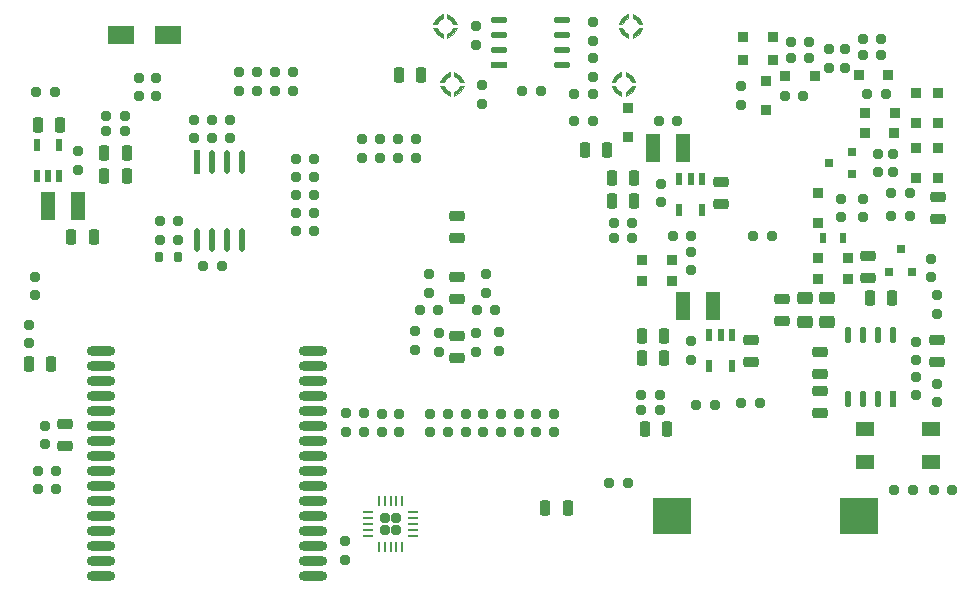
<source format=gbp>
G04 #@! TF.GenerationSoftware,KiCad,Pcbnew,6.0.11+dfsg-1*
G04 #@! TF.CreationDate,2023-04-22T14:08:22+02:00*
G04 #@! TF.ProjectId,ulx3s,756c7833-732e-46b6-9963-61645f706362,v3.1.8*
G04 #@! TF.SameCoordinates,Original*
G04 #@! TF.FileFunction,Paste,Bot*
G04 #@! TF.FilePolarity,Positive*
%FSLAX46Y46*%
G04 Gerber Fmt 4.6, Leading zero omitted, Abs format (unit mm)*
G04 Created by KiCad (PCBNEW 6.0.11+dfsg-1) date 2023-04-22 14:08:22*
%MOMM*%
%LPD*%
G01*
G04 APERTURE LIST*
G04 Aperture macros list*
%AMRoundRect*
0 Rectangle with rounded corners*
0 $1 Rounding radius*
0 $2 $3 $4 $5 $6 $7 $8 $9 X,Y pos of 4 corners*
0 Add a 4 corners polygon primitive as box body*
4,1,4,$2,$3,$4,$5,$6,$7,$8,$9,$2,$3,0*
0 Add four circle primitives for the rounded corners*
1,1,$1+$1,$2,$3*
1,1,$1+$1,$4,$5*
1,1,$1+$1,$6,$7*
1,1,$1+$1,$8,$9*
0 Add four rect primitives between the rounded corners*
20,1,$1+$1,$2,$3,$4,$5,0*
20,1,$1+$1,$4,$5,$6,$7,0*
20,1,$1+$1,$6,$7,$8,$9,0*
20,1,$1+$1,$8,$9,$2,$3,0*%
G04 Aperture macros list end*
%ADD10C,0.100000*%
%ADD11R,0.600000X1.100000*%
%ADD12R,3.300000X3.100000*%
%ADD13R,0.500000X1.450000*%
%ADD14O,0.500000X1.450000*%
%ADD15RoundRect,0.193750X-0.243750X-0.456250X0.243750X-0.456250X0.243750X0.456250X-0.243750X0.456250X0*%
%ADD16RoundRect,0.168750X-0.218750X-0.256250X0.218750X-0.256250X0.218750X0.256250X-0.218750X0.256250X0*%
%ADD17RoundRect,0.193750X0.456250X-0.243750X0.456250X0.243750X-0.456250X0.243750X-0.456250X-0.243750X0*%
%ADD18RoundRect,0.168750X0.218750X0.256250X-0.218750X0.256250X-0.218750X-0.256250X0.218750X-0.256250X0*%
%ADD19RoundRect,0.193750X0.243750X0.456250X-0.243750X0.456250X-0.243750X-0.456250X0.243750X-0.456250X0*%
%ADD20RoundRect,0.168750X-0.256250X0.218750X-0.256250X-0.218750X0.256250X-0.218750X0.256250X0.218750X0*%
%ADD21RoundRect,0.193750X-0.456250X0.243750X-0.456250X-0.243750X0.456250X-0.243750X0.456250X0.243750X0*%
%ADD22RoundRect,0.168750X0.256250X-0.218750X0.256250X0.218750X-0.256250X0.218750X-0.256250X-0.218750X0*%
%ADD23R,0.900000X0.900000*%
%ADD24R,1.450000X0.500000*%
%ADD25O,1.450000X0.500000*%
%ADD26R,1.200000X2.400000*%
%ADD27R,0.570000X0.900000*%
%ADD28R,0.800000X0.700000*%
%ADD29R,0.700000X0.800000*%
%ADD30RoundRect,0.199999X-0.450001X0.325001X-0.450001X-0.325001X0.450001X-0.325001X0.450001X0.325001X0*%
%ADD31R,0.500000X2.000000*%
%ADD32O,0.500000X2.000000*%
%ADD33R,2.200000X1.500000*%
%ADD34RoundRect,0.175000X0.250000X-0.225000X0.250000X0.225000X-0.250000X0.225000X-0.250000X-0.225000X0*%
%ADD35RoundRect,0.175000X-0.250000X0.225000X-0.250000X-0.225000X0.250000X-0.225000X0.250000X0.225000X0*%
%ADD36RoundRect,0.198400X0.201600X0.201600X-0.201600X0.201600X-0.201600X-0.201600X0.201600X-0.201600X0*%
%ADD37RoundRect,0.012500X0.350000X0.062500X-0.350000X0.062500X-0.350000X-0.062500X0.350000X-0.062500X0*%
%ADD38RoundRect,0.012500X0.062500X0.350000X-0.062500X0.350000X-0.062500X-0.350000X0.062500X-0.350000X0*%
%ADD39RoundRect,0.150000X-0.200000X-0.275000X0.200000X-0.275000X0.200000X0.275000X-0.200000X0.275000X0*%
%ADD40O,2.420000X0.820000*%
%ADD41R,1.600000X1.200000*%
G04 APERTURE END LIST*
G36*
X152646000Y-64912000D02*
G01*
X152946000Y-65112000D01*
X152946000Y-65412000D01*
X152446000Y-65112000D01*
X152146000Y-64612000D01*
X152446000Y-64612000D01*
X152646000Y-64912000D01*
G37*
D10*
X152646000Y-64912000D02*
X152946000Y-65112000D01*
X152946000Y-65412000D01*
X152446000Y-65112000D01*
X152146000Y-64612000D01*
X152446000Y-64612000D01*
X152646000Y-64912000D01*
G36*
X153246000Y-70012000D02*
G01*
X152746000Y-70312000D01*
X152746000Y-70012000D01*
X153046000Y-69812000D01*
X153246000Y-69512000D01*
X153546000Y-69512000D01*
X153246000Y-70012000D01*
G37*
X153246000Y-70012000D02*
X152746000Y-70312000D01*
X152746000Y-70012000D01*
X153046000Y-69812000D01*
X153246000Y-69512000D01*
X153546000Y-69512000D01*
X153246000Y-70012000D01*
G36*
X153846000Y-65112000D02*
G01*
X153346000Y-65412000D01*
X153346000Y-65112000D01*
X153646000Y-64912000D01*
X153846000Y-64612000D01*
X154146000Y-64612000D01*
X153846000Y-65112000D01*
G37*
X153846000Y-65112000D02*
X153346000Y-65412000D01*
X153346000Y-65112000D01*
X153646000Y-64912000D01*
X153846000Y-64612000D01*
X154146000Y-64612000D01*
X153846000Y-65112000D01*
G36*
X136946000Y-64912000D02*
G01*
X137246000Y-65112000D01*
X137246000Y-65412000D01*
X136746000Y-65112000D01*
X136446000Y-64612000D01*
X136746000Y-64612000D01*
X136946000Y-64912000D01*
G37*
X136946000Y-64912000D02*
X137246000Y-65112000D01*
X137246000Y-65412000D01*
X136746000Y-65112000D01*
X136446000Y-64612000D01*
X136746000Y-64612000D01*
X136946000Y-64912000D01*
G36*
X138146000Y-65112000D02*
G01*
X137646000Y-65412000D01*
X137646000Y-65112000D01*
X137946000Y-64912000D01*
X138146000Y-64612000D01*
X138446000Y-64612000D01*
X138146000Y-65112000D01*
G37*
X138146000Y-65112000D02*
X137646000Y-65412000D01*
X137646000Y-65112000D01*
X137946000Y-64912000D01*
X138146000Y-64612000D01*
X138446000Y-64612000D01*
X138146000Y-65112000D01*
G36*
X153846000Y-63712000D02*
G01*
X154146000Y-64212000D01*
X153846000Y-64212000D01*
X153646000Y-63912000D01*
X153346000Y-63712000D01*
X153346000Y-63412000D01*
X153846000Y-63712000D01*
G37*
X153846000Y-63712000D02*
X154146000Y-64212000D01*
X153846000Y-64212000D01*
X153646000Y-63912000D01*
X153346000Y-63712000D01*
X153346000Y-63412000D01*
X153846000Y-63712000D01*
G36*
X137246000Y-63712000D02*
G01*
X136946000Y-63912000D01*
X136746000Y-64212000D01*
X136446000Y-64212000D01*
X136746000Y-63712000D01*
X137246000Y-63412000D01*
X137246000Y-63712000D01*
G37*
X137246000Y-63712000D02*
X136946000Y-63912000D01*
X136746000Y-64212000D01*
X136446000Y-64212000D01*
X136746000Y-63712000D01*
X137246000Y-63412000D01*
X137246000Y-63712000D01*
G36*
X153246000Y-68612000D02*
G01*
X153546000Y-69112000D01*
X153246000Y-69112000D01*
X153046000Y-68812000D01*
X152746000Y-68612000D01*
X152746000Y-68312000D01*
X153246000Y-68612000D01*
G37*
X153246000Y-68612000D02*
X153546000Y-69112000D01*
X153246000Y-69112000D01*
X153046000Y-68812000D01*
X152746000Y-68612000D01*
X152746000Y-68312000D01*
X153246000Y-68612000D01*
G36*
X137846000Y-68612000D02*
G01*
X137546000Y-68812000D01*
X137346000Y-69112000D01*
X137046000Y-69112000D01*
X137346000Y-68612000D01*
X137846000Y-68312000D01*
X137846000Y-68612000D01*
G37*
X137846000Y-68612000D02*
X137546000Y-68812000D01*
X137346000Y-69112000D01*
X137046000Y-69112000D01*
X137346000Y-68612000D01*
X137846000Y-68312000D01*
X137846000Y-68612000D01*
G36*
X138146000Y-63712000D02*
G01*
X138446000Y-64212000D01*
X138146000Y-64212000D01*
X137946000Y-63912000D01*
X137646000Y-63712000D01*
X137646000Y-63412000D01*
X138146000Y-63712000D01*
G37*
X138146000Y-63712000D02*
X138446000Y-64212000D01*
X138146000Y-64212000D01*
X137946000Y-63912000D01*
X137646000Y-63712000D01*
X137646000Y-63412000D01*
X138146000Y-63712000D01*
G36*
X152346000Y-68612000D02*
G01*
X152046000Y-68812000D01*
X151846000Y-69112000D01*
X151546000Y-69112000D01*
X151846000Y-68612000D01*
X152346000Y-68312000D01*
X152346000Y-68612000D01*
G37*
X152346000Y-68612000D02*
X152046000Y-68812000D01*
X151846000Y-69112000D01*
X151546000Y-69112000D01*
X151846000Y-68612000D01*
X152346000Y-68312000D01*
X152346000Y-68612000D01*
G36*
X152046000Y-69812000D02*
G01*
X152346000Y-70012000D01*
X152346000Y-70312000D01*
X151846000Y-70012000D01*
X151546000Y-69512000D01*
X151846000Y-69512000D01*
X152046000Y-69812000D01*
G37*
X152046000Y-69812000D02*
X152346000Y-70012000D01*
X152346000Y-70312000D01*
X151846000Y-70012000D01*
X151546000Y-69512000D01*
X151846000Y-69512000D01*
X152046000Y-69812000D01*
G36*
X137546000Y-69812000D02*
G01*
X137846000Y-70012000D01*
X137846000Y-70312000D01*
X137346000Y-70012000D01*
X137046000Y-69512000D01*
X137346000Y-69512000D01*
X137546000Y-69812000D01*
G37*
X137546000Y-69812000D02*
X137846000Y-70012000D01*
X137846000Y-70312000D01*
X137346000Y-70012000D01*
X137046000Y-69512000D01*
X137346000Y-69512000D01*
X137546000Y-69812000D01*
G36*
X138746000Y-70012000D02*
G01*
X138246000Y-70312000D01*
X138246000Y-70012000D01*
X138546000Y-69812000D01*
X138746000Y-69512000D01*
X139046000Y-69512000D01*
X138746000Y-70012000D01*
G37*
X138746000Y-70012000D02*
X138246000Y-70312000D01*
X138246000Y-70012000D01*
X138546000Y-69812000D01*
X138746000Y-69512000D01*
X139046000Y-69512000D01*
X138746000Y-70012000D01*
G36*
X138746000Y-68612000D02*
G01*
X139046000Y-69112000D01*
X138746000Y-69112000D01*
X138546000Y-68812000D01*
X138246000Y-68612000D01*
X138246000Y-68312000D01*
X138746000Y-68612000D01*
G37*
X138746000Y-68612000D02*
X139046000Y-69112000D01*
X138746000Y-69112000D01*
X138546000Y-68812000D01*
X138246000Y-68612000D01*
X138246000Y-68312000D01*
X138746000Y-68612000D01*
G36*
X152946000Y-63712000D02*
G01*
X152646000Y-63912000D01*
X152446000Y-64212000D01*
X152146000Y-64212000D01*
X152446000Y-63712000D01*
X152946000Y-63412000D01*
X152946000Y-63712000D01*
G37*
X152946000Y-63712000D02*
X152646000Y-63912000D01*
X152446000Y-64212000D01*
X152146000Y-64212000D01*
X152446000Y-63712000D01*
X152946000Y-63412000D01*
X152946000Y-63712000D01*
D11*
X159825000Y-90600000D03*
X160775000Y-90600000D03*
X161725000Y-90600000D03*
X161725000Y-93200000D03*
X159825000Y-93200000D03*
X104775000Y-77115000D03*
X103825000Y-77115000D03*
X102875000Y-77115000D03*
X102875000Y-74515000D03*
X104775000Y-74515000D03*
X157285000Y-77392000D03*
X158235000Y-77392000D03*
X159185000Y-77392000D03*
X159185000Y-79992000D03*
X157285000Y-79992000D03*
D12*
X172485000Y-105870000D03*
X156685000Y-105870000D03*
D13*
X175395000Y-96015000D03*
D14*
X174125000Y-96015000D03*
X172855000Y-96015000D03*
X171585000Y-96015000D03*
X171585000Y-90615000D03*
X172855000Y-90615000D03*
X174125000Y-90615000D03*
X175395000Y-90615000D03*
D15*
X133563500Y-68550000D03*
X135438500Y-68550000D03*
D16*
X154072500Y-96910000D03*
X155647500Y-96910000D03*
D15*
X154122500Y-90630000D03*
X155997500Y-90630000D03*
X154122500Y-92535000D03*
X155997500Y-92535000D03*
D17*
X163315000Y-92837500D03*
X163315000Y-90962500D03*
D16*
X151732500Y-82375000D03*
X153307500Y-82375000D03*
D15*
X151582500Y-79200000D03*
X153457500Y-79200000D03*
X151582500Y-77295000D03*
X153457500Y-77295000D03*
D17*
X160775000Y-79502500D03*
X160775000Y-77627500D03*
D18*
X110327500Y-72005000D03*
X108752500Y-72005000D03*
D19*
X110477500Y-75180000D03*
X108602500Y-75180000D03*
D20*
X175380000Y-75237500D03*
X175380000Y-76812500D03*
D17*
X105276000Y-99949500D03*
X105276000Y-98074500D03*
D15*
X173441500Y-87473000D03*
X175316500Y-87473000D03*
D21*
X138500000Y-90682500D03*
X138500000Y-92557500D03*
D17*
X138500000Y-82357500D03*
X138500000Y-80482500D03*
D21*
X138500000Y-85682500D03*
X138500000Y-87557500D03*
D15*
X154376500Y-98504000D03*
X156251500Y-98504000D03*
D19*
X107683500Y-82292000D03*
X105808500Y-82292000D03*
D20*
X140900000Y-85432500D03*
X140900000Y-87007500D03*
X136900000Y-90432500D03*
X136900000Y-92007500D03*
X140100000Y-90432500D03*
X140100000Y-92007500D03*
X134900000Y-90232500D03*
X134900000Y-91807500D03*
D18*
X141687500Y-88420000D03*
X140112500Y-88420000D03*
D16*
X163512500Y-82220000D03*
X165087500Y-82220000D03*
D18*
X158287500Y-82220000D03*
X156712500Y-82220000D03*
D20*
X177300000Y-94112500D03*
X177300000Y-95687500D03*
D15*
X145942500Y-105200000D03*
X147817500Y-105200000D03*
D16*
X102812500Y-70020000D03*
X104387500Y-70020000D03*
D20*
X102736000Y-85651500D03*
X102736000Y-87226500D03*
D22*
X179063000Y-88768500D03*
X179063000Y-87193500D03*
D18*
X180385500Y-103711000D03*
X178810500Y-103711000D03*
X160307500Y-96490000D03*
X158732500Y-96490000D03*
D17*
X169172000Y-97173500D03*
X169172000Y-95298500D03*
D16*
X135312500Y-88420000D03*
X136887500Y-88420000D03*
D23*
X172479000Y-68550000D03*
X174979000Y-68550000D03*
X164585000Y-69060000D03*
X164585000Y-71560000D03*
D19*
X110477500Y-77085000D03*
X108602500Y-77085000D03*
X151171500Y-74882000D03*
X149296500Y-74882000D03*
D17*
X179190000Y-80772500D03*
X179190000Y-78897500D03*
D16*
X166718500Y-65738000D03*
X168293500Y-65738000D03*
D20*
X128980000Y-108012500D03*
X128980000Y-109587500D03*
D21*
X179078000Y-90980500D03*
X179078000Y-92855500D03*
D22*
X177300000Y-92705500D03*
X177300000Y-91130500D03*
X113000000Y-70372500D03*
X113000000Y-68797500D03*
X111500000Y-70372500D03*
X111500000Y-68797500D03*
D18*
X157117500Y-72487000D03*
X155542500Y-72487000D03*
D22*
X171331000Y-67940500D03*
X171331000Y-66365500D03*
X169919000Y-67940500D03*
X169919000Y-66365500D03*
D16*
X172814500Y-65502000D03*
X174389500Y-65502000D03*
D22*
X120008000Y-69872500D03*
X120008000Y-68297500D03*
X121532000Y-69872500D03*
X121532000Y-68297500D03*
X123056000Y-69872500D03*
X123056000Y-68297500D03*
X124580000Y-69872500D03*
X124580000Y-68297500D03*
D18*
X145567500Y-69900000D03*
X143992500Y-69900000D03*
D23*
X169030000Y-81085000D03*
X169030000Y-78585000D03*
X171550000Y-85837000D03*
X169050000Y-85837000D03*
X179190000Y-77275000D03*
X179190000Y-74775000D03*
X177285000Y-74775000D03*
X177285000Y-77275000D03*
X172987000Y-73503000D03*
X175487000Y-73503000D03*
X168756000Y-68659000D03*
X166256000Y-68659000D03*
X162700000Y-67262000D03*
X165200000Y-67262000D03*
X165200000Y-65357000D03*
X162700000Y-65357000D03*
D15*
X102966000Y-72785000D03*
X104841000Y-72785000D03*
X102179500Y-93061000D03*
X104054500Y-93061000D03*
D24*
X141980000Y-67706500D03*
D25*
X141980000Y-66436500D03*
X141980000Y-65166500D03*
X141980000Y-63896500D03*
X147380000Y-63896500D03*
X147380000Y-65166500D03*
X147380000Y-66436500D03*
X147380000Y-67706500D03*
D26*
X160140000Y-88090000D03*
X157600000Y-88090000D03*
X157600000Y-74755000D03*
X155060000Y-74755000D03*
D27*
X169425000Y-82375000D03*
X171175000Y-82375000D03*
D22*
X172840000Y-80622500D03*
X172840000Y-79047500D03*
X162480000Y-71097500D03*
X162480000Y-69522500D03*
D18*
X176802500Y-80470000D03*
X175227500Y-80470000D03*
D20*
X174110000Y-75237500D03*
X174110000Y-76812500D03*
X178555000Y-84127500D03*
X178555000Y-85702500D03*
D22*
X102228000Y-91290500D03*
X102228000Y-89715500D03*
X170935000Y-80622500D03*
X170935000Y-79047500D03*
D18*
X152926500Y-103076000D03*
X151351500Y-103076000D03*
D20*
X119200000Y-72332500D03*
X119200000Y-73907500D03*
D22*
X114800000Y-82507500D03*
X114800000Y-80932500D03*
D18*
X126383500Y-80260000D03*
X124808500Y-80260000D03*
X126383500Y-78736000D03*
X124808500Y-78736000D03*
X126383500Y-77212000D03*
X124808500Y-77212000D03*
X126383500Y-75670000D03*
X124808500Y-75670000D03*
D22*
X130422000Y-75560500D03*
X130422000Y-73985500D03*
X131961000Y-75560500D03*
X131961000Y-73985500D03*
X133485000Y-75560500D03*
X133485000Y-73985500D03*
X135009000Y-75560500D03*
X135009000Y-73985500D03*
X140025500Y-66017500D03*
X140025500Y-64442500D03*
D20*
X140597000Y-69413500D03*
X140597000Y-70988500D03*
D22*
X149980000Y-68687500D03*
X149980000Y-67112500D03*
D18*
X149962500Y-72487000D03*
X148387500Y-72487000D03*
X149967500Y-70200000D03*
X148392500Y-70200000D03*
D16*
X116980000Y-84700000D03*
X118555000Y-84700000D03*
D20*
X117695000Y-72330500D03*
X117695000Y-73905500D03*
D22*
X113300000Y-82507500D03*
X113300000Y-80932500D03*
D20*
X116200000Y-72332500D03*
X116200000Y-73907500D03*
D22*
X129080000Y-98775000D03*
X129080000Y-97200000D03*
D18*
X104539500Y-102060000D03*
X102964500Y-102060000D03*
X164102500Y-96345000D03*
X162527500Y-96345000D03*
D16*
X166718500Y-67135000D03*
X168293500Y-67135000D03*
D18*
X174387500Y-66899000D03*
X172812500Y-66899000D03*
D16*
X154072500Y-95640000D03*
X155647500Y-95640000D03*
D18*
X110327500Y-73275000D03*
X108752500Y-73275000D03*
D16*
X151732500Y-81105000D03*
X153307500Y-81105000D03*
D20*
X158235000Y-91112500D03*
X158235000Y-92687500D03*
D22*
X106365000Y-76602500D03*
X106365000Y-75027500D03*
D20*
X155695000Y-77777500D03*
X155695000Y-79352500D03*
D18*
X176802500Y-78565000D03*
X175227500Y-78565000D03*
D26*
X103825000Y-79625000D03*
X106365000Y-79625000D03*
D20*
X136100000Y-85432500D03*
X136100000Y-87007500D03*
D28*
X171935000Y-75075000D03*
X171935000Y-76975000D03*
X169935000Y-76025000D03*
D22*
X103576500Y-99817500D03*
X103576500Y-98242500D03*
D29*
X176965000Y-85280000D03*
X175065000Y-85280000D03*
X176015000Y-83280000D03*
D23*
X175502000Y-71740000D03*
X173002000Y-71740000D03*
D16*
X173210500Y-70201000D03*
X174785500Y-70201000D03*
D20*
X179078000Y-94686500D03*
X179078000Y-96261500D03*
D18*
X177071500Y-103711000D03*
X175496500Y-103711000D03*
D23*
X154141000Y-84186000D03*
X156641000Y-84186000D03*
X154121000Y-85964000D03*
X156621000Y-85964000D03*
D16*
X166210500Y-70310000D03*
X167785500Y-70310000D03*
D23*
X177285000Y-72594000D03*
X177285000Y-70094000D03*
X179190000Y-70094000D03*
X179190000Y-72594000D03*
D16*
X102964500Y-103600000D03*
X104539500Y-103600000D03*
D17*
X165982000Y-89408500D03*
X165982000Y-87533500D03*
D30*
X167887000Y-87446000D03*
X167887000Y-89496000D03*
X169792000Y-87446000D03*
X169792000Y-89496000D03*
D21*
X169157000Y-91978500D03*
X169157000Y-93853500D03*
D17*
X173221000Y-85725500D03*
X173221000Y-83850500D03*
D18*
X126387500Y-81770000D03*
X124812500Y-81770000D03*
D31*
X116440000Y-75920000D03*
D32*
X117710000Y-75920000D03*
X118980000Y-75920000D03*
X120250000Y-75920000D03*
X120250000Y-82524000D03*
X118980000Y-82524000D03*
X117710000Y-82524000D03*
X116440000Y-82524000D03*
D20*
X142000000Y-90332500D03*
X142000000Y-91907500D03*
D33*
X109980000Y-65200000D03*
X113980000Y-65200000D03*
D22*
X130580000Y-98787500D03*
X130580000Y-97212500D03*
D34*
X136180000Y-98775000D03*
X136180000Y-97225000D03*
D35*
X137680000Y-97225000D03*
X137680000Y-98775000D03*
D34*
X139180000Y-98775000D03*
X139180000Y-97225000D03*
D35*
X140680000Y-97225000D03*
X140680000Y-98775000D03*
D34*
X142180000Y-98775000D03*
X142180000Y-97225000D03*
D35*
X133580000Y-97225000D03*
X133580000Y-98775000D03*
D20*
X158312000Y-83525500D03*
X158312000Y-85100500D03*
D35*
X143680000Y-97225000D03*
X143680000Y-98775000D03*
D23*
X152930000Y-73850000D03*
X152930000Y-71350000D03*
D35*
X146680000Y-97225000D03*
X146680000Y-98775000D03*
D34*
X145180000Y-98775000D03*
X145180000Y-97225000D03*
X132080000Y-98775000D03*
X132080000Y-97225000D03*
D22*
X149980000Y-65687500D03*
X149980000Y-64112500D03*
D36*
X133335000Y-106100000D03*
X132335000Y-107100000D03*
X133335000Y-107100000D03*
X132335000Y-106100000D03*
D37*
X134772500Y-105600000D03*
X134772500Y-106100000D03*
X134772500Y-106600000D03*
X134772500Y-107100000D03*
X134772500Y-107600000D03*
D38*
X133835000Y-108537500D03*
X133335000Y-108537500D03*
X132835000Y-108537500D03*
X132335000Y-108537500D03*
X131835000Y-108537500D03*
D37*
X130897500Y-107600000D03*
X130897500Y-107100000D03*
X130897500Y-106600000D03*
X130897500Y-106100000D03*
X130897500Y-105600000D03*
D38*
X131835000Y-104662500D03*
X132335000Y-104662500D03*
X132835000Y-104662500D03*
X133335000Y-104662500D03*
X133835000Y-104662500D03*
D39*
X113214800Y-83932000D03*
X114864800Y-83932000D03*
D40*
X108300000Y-110975000D03*
X108300000Y-109705000D03*
X108300000Y-108435000D03*
X108300000Y-107165000D03*
X108300000Y-105895000D03*
X108300000Y-104625000D03*
X108300000Y-103355000D03*
X108300000Y-102085000D03*
X108300000Y-100815000D03*
X108300000Y-99545000D03*
X108300000Y-98275000D03*
X108300000Y-97005000D03*
X108300000Y-95735000D03*
X108300000Y-94465000D03*
X108300000Y-93195000D03*
X108300000Y-91925000D03*
X126300000Y-91925000D03*
X126300000Y-93195000D03*
X126300000Y-94465000D03*
X126300000Y-95735000D03*
X126300000Y-97005000D03*
X126300000Y-98275000D03*
X126300000Y-99545000D03*
X126300000Y-100815000D03*
X126300000Y-102085000D03*
X126300000Y-103355000D03*
X126300000Y-104625000D03*
X126300000Y-105895000D03*
X126300000Y-107165000D03*
X126300000Y-108435000D03*
X126300000Y-109705000D03*
X126300000Y-110975000D03*
D23*
X169050000Y-84059000D03*
X171550000Y-84059000D03*
D41*
X178568500Y-101322000D03*
X172968500Y-101322000D03*
X172968500Y-98522000D03*
X178568500Y-98522000D03*
M02*

</source>
